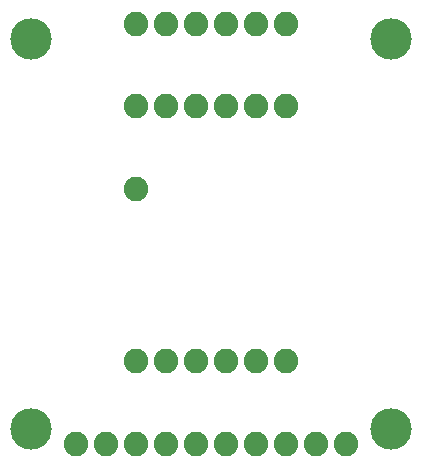
<source format=gbs>
G75*
G70*
%OFA0B0*%
%FSLAX24Y24*%
%IPPOS*%
%LPD*%
%AMOC8*
5,1,8,0,0,1.08239X$1,22.5*
%
%ADD10C,0.0820*%
%ADD11C,0.1380*%
D10*
X013333Y007833D03*
X014333Y007833D03*
X015333Y007833D03*
X016333Y007833D03*
X017333Y007833D03*
X018333Y007833D03*
X019333Y007833D03*
X020333Y007833D03*
X021333Y007833D03*
X022333Y007833D03*
X020333Y010583D03*
X019333Y010583D03*
X018333Y010583D03*
X017333Y010583D03*
X016333Y010583D03*
X015333Y010583D03*
X015333Y016333D03*
X015333Y019083D03*
X016333Y019083D03*
X017333Y019083D03*
X018333Y019083D03*
X019333Y019083D03*
X020333Y019083D03*
X020333Y021833D03*
X019333Y021833D03*
X018333Y021833D03*
X017333Y021833D03*
X016333Y021833D03*
X015333Y021833D03*
D11*
X011833Y021333D03*
X023833Y021333D03*
X023833Y008333D03*
X011833Y008333D03*
M02*

</source>
